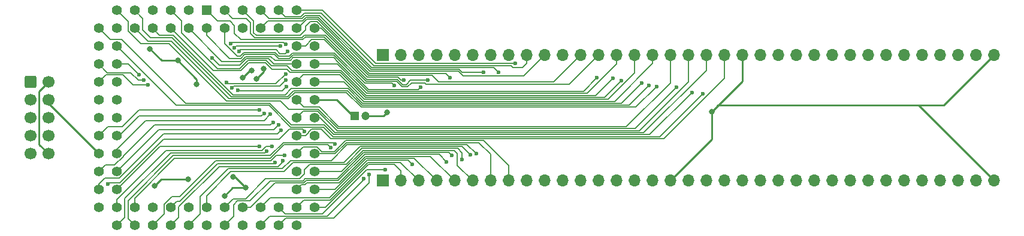
<source format=gtl>
G04 #@! TF.GenerationSoftware,KiCad,Pcbnew,7.0.5-0*
G04 #@! TF.CreationDate,2023-07-03T21:24:06+02:00*
G04 #@! TF.ProjectId,atf1508_plcc84_breakout,61746631-3530-4385-9f70-6c636338345f,A*
G04 #@! TF.SameCoordinates,Original*
G04 #@! TF.FileFunction,Copper,L1,Top*
G04 #@! TF.FilePolarity,Positive*
%FSLAX46Y46*%
G04 Gerber Fmt 4.6, Leading zero omitted, Abs format (unit mm)*
G04 Created by KiCad (PCBNEW 7.0.5-0) date 2023-07-03 21:24:06*
%MOMM*%
%LPD*%
G01*
G04 APERTURE LIST*
G04 Aperture macros list*
%AMRoundRect*
0 Rectangle with rounded corners*
0 $1 Rounding radius*
0 $2 $3 $4 $5 $6 $7 $8 $9 X,Y pos of 4 corners*
0 Add a 4 corners polygon primitive as box body*
4,1,4,$2,$3,$4,$5,$6,$7,$8,$9,$2,$3,0*
0 Add four circle primitives for the rounded corners*
1,1,$1+$1,$2,$3*
1,1,$1+$1,$4,$5*
1,1,$1+$1,$6,$7*
1,1,$1+$1,$8,$9*
0 Add four rect primitives between the rounded corners*
20,1,$1+$1,$2,$3,$4,$5,0*
20,1,$1+$1,$4,$5,$6,$7,0*
20,1,$1+$1,$6,$7,$8,$9,0*
20,1,$1+$1,$8,$9,$2,$3,0*%
G04 Aperture macros list end*
G04 #@! TA.AperFunction,ComponentPad*
%ADD10R,1.200000X1.200000*%
G04 #@! TD*
G04 #@! TA.AperFunction,ComponentPad*
%ADD11C,1.200000*%
G04 #@! TD*
G04 #@! TA.AperFunction,ComponentPad*
%ADD12C,1.422400*%
G04 #@! TD*
G04 #@! TA.AperFunction,ComponentPad*
%ADD13R,1.422400X1.422400*%
G04 #@! TD*
G04 #@! TA.AperFunction,ComponentPad*
%ADD14RoundRect,0.250000X-0.600000X-0.600000X0.600000X-0.600000X0.600000X0.600000X-0.600000X0.600000X0*%
G04 #@! TD*
G04 #@! TA.AperFunction,ComponentPad*
%ADD15C,1.700000*%
G04 #@! TD*
G04 #@! TA.AperFunction,ComponentPad*
%ADD16R,1.700000X1.700000*%
G04 #@! TD*
G04 #@! TA.AperFunction,ComponentPad*
%ADD17O,1.700000X1.700000*%
G04 #@! TD*
G04 #@! TA.AperFunction,ViaPad*
%ADD18C,0.600000*%
G04 #@! TD*
G04 #@! TA.AperFunction,ViaPad*
%ADD19C,0.800000*%
G04 #@! TD*
G04 #@! TA.AperFunction,Conductor*
%ADD20C,0.139700*%
G04 #@! TD*
G04 #@! TA.AperFunction,Conductor*
%ADD21C,0.254000*%
G04 #@! TD*
G04 APERTURE END LIST*
D10*
X125603000Y-61976000D03*
D11*
X127103000Y-61976000D03*
D12*
X107188000Y-49530000D03*
X107188000Y-46990000D03*
X109728000Y-49530000D03*
X109728000Y-46990000D03*
X112268000Y-49530000D03*
X112268000Y-46990000D03*
X114808000Y-49530000D03*
X114808000Y-46990000D03*
X117348000Y-49530000D03*
X117348000Y-46990000D03*
X119888000Y-49530000D03*
X117348000Y-52070000D03*
X119888000Y-52070000D03*
X117348000Y-54610000D03*
X119888000Y-54610000D03*
X117348000Y-57150000D03*
X119888000Y-57150000D03*
X117348000Y-59690000D03*
X119888000Y-59690000D03*
X117348000Y-62230000D03*
X119888000Y-62230000D03*
X117348000Y-64770000D03*
X119888000Y-64770000D03*
X117348000Y-67310000D03*
X119888000Y-67310000D03*
X117348000Y-69850000D03*
X119888000Y-69850000D03*
X117348000Y-72390000D03*
X119888000Y-72390000D03*
X117348000Y-74930000D03*
X119888000Y-74930000D03*
X117348000Y-77470000D03*
X114808000Y-74930000D03*
X114808000Y-77470000D03*
X112268000Y-74930000D03*
X112268000Y-77470000D03*
X109728000Y-74930000D03*
X109728000Y-77470000D03*
X107188000Y-74930000D03*
X107188000Y-77470000D03*
X104648000Y-74930000D03*
X104648000Y-77470000D03*
X102108000Y-74930000D03*
X102108000Y-77470000D03*
X99568000Y-74930000D03*
X99568000Y-77470000D03*
X97028000Y-74930000D03*
X97028000Y-77470000D03*
X94488000Y-74930000D03*
X94488000Y-77470000D03*
X91948000Y-74930000D03*
X91948000Y-77470000D03*
X89408000Y-74930000D03*
X91948000Y-72390000D03*
X89408000Y-72390000D03*
X91948000Y-69850000D03*
X89408000Y-69850000D03*
X91948000Y-67310000D03*
X89408000Y-67310000D03*
X91948000Y-64770000D03*
X89408000Y-64770000D03*
X91948000Y-62230000D03*
X89408000Y-62230000D03*
X91948000Y-59690000D03*
X89408000Y-59690000D03*
X91948000Y-57150000D03*
X89408000Y-57150000D03*
X91948000Y-54610000D03*
X89408000Y-54610000D03*
X91948000Y-52070000D03*
X89408000Y-52070000D03*
X91948000Y-49530000D03*
X89408000Y-49530000D03*
X91948000Y-46990000D03*
X94488000Y-49530000D03*
X94488000Y-46990000D03*
X97028000Y-49530000D03*
X97028000Y-46990000D03*
X99568000Y-49530000D03*
X99568000Y-46990000D03*
X102108000Y-49530000D03*
X102108000Y-46990000D03*
X104648000Y-49530000D03*
D13*
X104648000Y-46990000D03*
D14*
X79756000Y-57150000D03*
D15*
X82296000Y-57150000D03*
X79756000Y-59690000D03*
X82296000Y-59690000D03*
X79756000Y-62230000D03*
X82296000Y-62230000D03*
X79756000Y-64770000D03*
X82296000Y-64770000D03*
X79756000Y-67310000D03*
X82296000Y-67310000D03*
D16*
X129535000Y-71120000D03*
D17*
X132075000Y-71120000D03*
X134615000Y-71120000D03*
X137155000Y-71120000D03*
X139695000Y-71120000D03*
X142235000Y-71120000D03*
X144775000Y-71120000D03*
X147315000Y-71120000D03*
X149855000Y-71120000D03*
X152395000Y-71120000D03*
X154935000Y-71120000D03*
X157475000Y-71120000D03*
X160015000Y-71120000D03*
X162555000Y-71120000D03*
X165095000Y-71120000D03*
X167635000Y-71120000D03*
X170175000Y-71120000D03*
X172715000Y-71120000D03*
X175255000Y-71120000D03*
X177795000Y-71120000D03*
X180335000Y-71120000D03*
X182875000Y-71120000D03*
X185415000Y-71120000D03*
X187955000Y-71120000D03*
X190495000Y-71120000D03*
X193035000Y-71120000D03*
X195575000Y-71120000D03*
X198115000Y-71120000D03*
X200655000Y-71120000D03*
X203195000Y-71120000D03*
X205735000Y-71120000D03*
X208275000Y-71120000D03*
X210815000Y-71120000D03*
X213355000Y-71120000D03*
X215895000Y-71120000D03*
D16*
X129540000Y-53340000D03*
D17*
X132080000Y-53340000D03*
X134620000Y-53340000D03*
X137160000Y-53340000D03*
X139700000Y-53340000D03*
X142240000Y-53340000D03*
X144780000Y-53340000D03*
X147320000Y-53340000D03*
X149860000Y-53340000D03*
X152400000Y-53340000D03*
X154940000Y-53340000D03*
X157480000Y-53340000D03*
X160020000Y-53340000D03*
X162560000Y-53340000D03*
X165100000Y-53340000D03*
X167640000Y-53340000D03*
X170180000Y-53340000D03*
X172720000Y-53340000D03*
X175260000Y-53340000D03*
X177800000Y-53340000D03*
X180340000Y-53340000D03*
X182880000Y-53340000D03*
X185420000Y-53340000D03*
X187960000Y-53340000D03*
X190500000Y-53340000D03*
X193040000Y-53340000D03*
X195580000Y-53340000D03*
X198120000Y-53340000D03*
X200660000Y-53340000D03*
X203200000Y-53340000D03*
X205740000Y-53340000D03*
X208280000Y-53340000D03*
X210820000Y-53340000D03*
X213360000Y-53340000D03*
X215900000Y-53340000D03*
D18*
X131191000Y-57658000D03*
D19*
X130168801Y-61455350D03*
X96647000Y-52451000D03*
X112695228Y-55269703D03*
X100584000Y-54102000D03*
X110214501Y-72157499D03*
X107188000Y-73279000D03*
X108369643Y-70580330D03*
X111725245Y-56699977D03*
X103251000Y-57492350D03*
X109746502Y-56533500D03*
X110998000Y-55524400D03*
X102071000Y-70903000D03*
X176018160Y-61341000D03*
X97285486Y-71885486D03*
D18*
X90678000Y-71628000D03*
X118491000Y-64135000D03*
X105410000Y-53721000D03*
X132511800Y-56896000D03*
X114300000Y-68569053D03*
X115443000Y-68326000D03*
X115697000Y-67564000D03*
X122174001Y-66420999D03*
X113919000Y-66294000D03*
X113157000Y-66929000D03*
X112141000Y-66294000D03*
X114808000Y-63246000D03*
X114046000Y-62865000D03*
X113665000Y-61722000D03*
X112141000Y-61087000D03*
X135890000Y-56896000D03*
X134874000Y-57912000D03*
X159829500Y-56578500D03*
X162052000Y-56642000D03*
X163258500Y-56959500D03*
X166116000Y-57277000D03*
X167132000Y-57658000D03*
X95758000Y-56896000D03*
X115062000Y-52070000D03*
X108585000Y-52324000D03*
X108077000Y-51689000D03*
X95123000Y-56134000D03*
X115824000Y-51816000D03*
X116078000Y-52832000D03*
X96393000Y-57531000D03*
X109220000Y-52832000D03*
X115824000Y-56007000D03*
X107467400Y-57196503D03*
X115824000Y-56896000D03*
X108204000Y-58013604D03*
X168275000Y-57785000D03*
X171068998Y-57912002D03*
X173220879Y-58666871D03*
X174752000Y-58801000D03*
X115951000Y-57785000D03*
X109113109Y-58323691D03*
X112776000Y-61595000D03*
X115189000Y-64008000D03*
X122809000Y-65913000D03*
X142748000Y-67311549D03*
X141922500Y-67500500D03*
X139319000Y-67564000D03*
X139065016Y-56515000D03*
X143764000Y-55753000D03*
X145923000Y-55753000D03*
X148239850Y-54513850D03*
X129921000Y-69596000D03*
X127635000Y-70231000D03*
X133731000Y-68834000D03*
X126873000Y-70866000D03*
X138557000Y-68453000D03*
X140779500Y-68135500D03*
D20*
X148239850Y-54513850D02*
X148219900Y-54533800D01*
X148219900Y-54533800D02*
X128543950Y-54533800D01*
X121000150Y-46990000D02*
X117348000Y-46990000D01*
X128543950Y-54533800D02*
X121000150Y-46990000D01*
X149860000Y-54542081D02*
X149284081Y-55118000D01*
X147650200Y-54813200D02*
X128270369Y-54813200D01*
X149860000Y-53340000D02*
X149860000Y-54542081D01*
X149284081Y-55118000D02*
X147955000Y-55118000D01*
X147955000Y-55118000D02*
X147650200Y-54813200D01*
X128270369Y-54813200D02*
X120855564Y-47398395D01*
X120855564Y-47398395D02*
X118491000Y-47398395D01*
X118491000Y-47398395D02*
X117979143Y-47910252D01*
X117979143Y-47910252D02*
X115728252Y-47910252D01*
X115728252Y-47910252D02*
X114808000Y-46990000D01*
X127936936Y-55067198D02*
X120570938Y-47701200D01*
X145262600Y-55092600D02*
X127962342Y-55092600D01*
X145923000Y-55753000D02*
X145262600Y-55092600D01*
X127962342Y-55092600D02*
X127936940Y-55067198D01*
X118094874Y-48189652D02*
X113467652Y-48189652D01*
X127936940Y-55067198D02*
X127936936Y-55067198D01*
X120570938Y-47701200D02*
X118583329Y-47701200D01*
X118583329Y-47701200D02*
X118094874Y-48189652D01*
X113467652Y-48189652D02*
X112268000Y-46990000D01*
X152400000Y-53340000D02*
X149437650Y-56302350D01*
X149437650Y-56302350D02*
X140884350Y-56302350D01*
X118699060Y-47980600D02*
X120455206Y-47980600D01*
X140233400Y-55651400D02*
X127730873Y-55651400D01*
X120645834Y-48566361D02*
X120632572Y-48566361D01*
X118210607Y-48469052D02*
X118699060Y-47980600D01*
X120455206Y-47980600D02*
X127846606Y-55372000D01*
X140730132Y-55753000D02*
X143764000Y-55753000D01*
X127730873Y-55651400D02*
X120645834Y-48566361D01*
X140349132Y-55372000D02*
X140730132Y-55753000D01*
X112268000Y-49530000D02*
X113328948Y-48469052D01*
X127846606Y-55372000D02*
X140349132Y-55372000D01*
X113328948Y-48469052D02*
X118210607Y-48469052D01*
X118814791Y-48260000D02*
X117544791Y-49530000D01*
X140884350Y-56302350D02*
X140233400Y-55651400D01*
X120632572Y-48566361D02*
X120326210Y-48260000D01*
X120326210Y-48260000D02*
X118814791Y-48260000D01*
X139065016Y-56515000D02*
X138480816Y-55930800D01*
X138480816Y-55930800D02*
X127615142Y-55930800D01*
X118618000Y-49276000D02*
X118618000Y-49784000D01*
X120530103Y-48845761D02*
X120516841Y-48845761D01*
X111276901Y-48538901D02*
X109728000Y-46990000D01*
X127615142Y-55930800D02*
X120530103Y-48845761D01*
X120516841Y-48845761D02*
X120280329Y-48609250D01*
X120280329Y-48609250D02*
X119284750Y-48609250D01*
X119284750Y-48609250D02*
X118618000Y-49276000D01*
X118618000Y-49784000D02*
X117836950Y-50565050D01*
X117836950Y-50565050D02*
X111665476Y-50565050D01*
X111665476Y-50565050D02*
X111276901Y-50176475D01*
X111276901Y-50176475D02*
X111276901Y-48538901D01*
X136474200Y-56210200D02*
X137414000Y-57150000D01*
X153670000Y-57150000D02*
X157480000Y-53340000D01*
X119888000Y-49530000D02*
X120819210Y-49530000D01*
X137414000Y-57150000D02*
X153670000Y-57150000D01*
X120819210Y-49530000D02*
X127499412Y-56210200D01*
X127499412Y-56210200D02*
X136474200Y-56210200D01*
X131470401Y-57048400D02*
X132232401Y-57810400D01*
X107188000Y-46990000D02*
X108331000Y-48133000D01*
X135636000Y-57445850D02*
X155914150Y-57445850D01*
X132827869Y-57531000D02*
X133462869Y-56896000D01*
X133070600Y-57810400D02*
X133604000Y-57277000D01*
X118491001Y-50520600D02*
X121414678Y-50520600D01*
X104648000Y-46990000D02*
X106172000Y-48514000D01*
X132348132Y-57531000D02*
X132827869Y-57531000D01*
X121298946Y-50800000D02*
X127267948Y-56769000D01*
X132108264Y-56896000D02*
X132461000Y-56896000D01*
X111423450Y-50844450D02*
X118167150Y-50844450D01*
X155914150Y-57445850D02*
X160020000Y-53340000D01*
X110871000Y-50292000D02*
X111423450Y-50844450D01*
X108331000Y-48133000D02*
X110236000Y-48133000D01*
X133462869Y-56896000D02*
X135890000Y-56896000D01*
X131586133Y-56769000D02*
X132348132Y-57531000D01*
X127383680Y-56489600D02*
X131701865Y-56489600D01*
X127152216Y-57048400D02*
X131470401Y-57048400D01*
X127267948Y-56769000D02*
X131586133Y-56769000D01*
X118257482Y-51149250D02*
X118606732Y-50800000D01*
X118167150Y-50844450D02*
X118491001Y-50520600D01*
X110236000Y-48133000D02*
X110871000Y-48768000D01*
X109457148Y-51149250D02*
X118257482Y-51149250D01*
X118606732Y-50800000D02*
X121298946Y-50800000D01*
X108585000Y-50277101D02*
X109457148Y-51149250D01*
X107950000Y-48514000D02*
X108585000Y-49149000D01*
X106172000Y-48514000D02*
X107950000Y-48514000D01*
X119511873Y-51161950D02*
X121265764Y-51161950D01*
X110871000Y-48768000D02*
X110871000Y-50292000D01*
X131701865Y-56489600D02*
X132108264Y-56896000D01*
X121414678Y-50520600D02*
X127383680Y-56489600D01*
X132232401Y-57810400D02*
X133070600Y-57810400D01*
X108585000Y-49149000D02*
X108585000Y-50277101D01*
X117348000Y-52070000D02*
X118603823Y-52070000D01*
X118603823Y-52070000D02*
X119511873Y-51161950D01*
X121265764Y-51161950D02*
X127152216Y-57048400D01*
X133604000Y-57277000D02*
X135467150Y-57277000D01*
X135467150Y-57277000D02*
X135636000Y-57445850D01*
X116762389Y-53035200D02*
X122743884Y-53035200D01*
X107188000Y-51703899D02*
X108951101Y-53467000D01*
X109432310Y-53467000D02*
X109913916Y-52985396D01*
X122743884Y-53035200D02*
X127036484Y-57327800D01*
X107188000Y-49530000D02*
X107188000Y-51703899D01*
X108951101Y-53467000D02*
X109432310Y-53467000D01*
X109913916Y-52985396D02*
X114353954Y-52985396D01*
X114353954Y-52985396D02*
X114835558Y-53467000D01*
X114835558Y-53467000D02*
X116330588Y-53467000D01*
X116330588Y-53467000D02*
X116762389Y-53035200D01*
X127036484Y-57327800D02*
X130860800Y-57327800D01*
X130860800Y-57327800D02*
X131191000Y-57658000D01*
X122628152Y-53314600D02*
X127530453Y-58216901D01*
X116370120Y-53822600D02*
X116878120Y-53314600D01*
X114238222Y-53264796D02*
X114796026Y-53822600D01*
X109496244Y-53798198D02*
X110029647Y-53264796D01*
X127530453Y-58216901D02*
X131278754Y-58216900D01*
X114796026Y-53822600D02*
X116370120Y-53822600D01*
X107910410Y-53798198D02*
X109496244Y-53798198D01*
X104648000Y-49530000D02*
X104648000Y-50535788D01*
X134569102Y-58216898D02*
X134874000Y-57912000D01*
X110029647Y-53264796D02*
X114238222Y-53264796D01*
X131278754Y-58216900D02*
X131278756Y-58216898D01*
X116878120Y-53314600D02*
X122628152Y-53314600D01*
X104648000Y-50535788D02*
X107910410Y-53798198D01*
X131278756Y-58216898D02*
X134569102Y-58216898D01*
X126836066Y-59893300D02*
X124092766Y-57150000D01*
X105562400Y-55524400D02*
X109476158Y-55524400D01*
X116965180Y-58375550D02*
X116092978Y-59247752D01*
X126604595Y-60452100D02*
X124528045Y-58375550D01*
X99568000Y-46990000D02*
X101116902Y-48538902D01*
X106807000Y-54229000D02*
X109460574Y-54229000D01*
X116902700Y-53685152D02*
X122603572Y-53685152D01*
X162560000Y-54624899D02*
X162560000Y-53340000D01*
X110145378Y-53544196D02*
X113755622Y-53544196D01*
X158409199Y-58775700D02*
X162560000Y-54624899D01*
X127414726Y-58496300D02*
X128943113Y-58496300D01*
X129058845Y-58775700D02*
X129058847Y-58775698D01*
X159638900Y-59055100D02*
X162052000Y-56642000D01*
X123133293Y-54610000D02*
X127298994Y-58775700D01*
X119888000Y-54610000D02*
X123133293Y-54610000D01*
X96749098Y-50902098D02*
X95631000Y-49784000D01*
X116485852Y-54102000D02*
X116902700Y-53685152D01*
X127298994Y-58775700D02*
X129058845Y-58775700D01*
X127183262Y-59055100D02*
X159638900Y-59055100D01*
X124412314Y-58654950D02*
X117080912Y-58654950D01*
X101116902Y-48538902D02*
X101116902Y-50204801D01*
X116682659Y-55530251D02*
X123658413Y-55530251D01*
X123658413Y-55530251D02*
X127183262Y-59055100D01*
X113804181Y-54888901D02*
X116041309Y-54888901D01*
X157911700Y-58496300D02*
X159829500Y-56578500D01*
X113042181Y-54126901D02*
X113804181Y-54888901D01*
X95631000Y-49784000D02*
X95631000Y-48133000D01*
X101116902Y-50204801D02*
X106157101Y-55245000D01*
X114313426Y-54102000D02*
X116485852Y-54102000D01*
X98019099Y-50521099D02*
X97028000Y-49530000D01*
X127067530Y-59334500D02*
X160883500Y-59334500D01*
X109460574Y-54229000D02*
X110145378Y-53544196D01*
X123542681Y-55809651D02*
X127067530Y-59334500D01*
X109360426Y-55245000D02*
X110478526Y-54126901D01*
X116411181Y-55809651D02*
X123542681Y-55809651D01*
X115973530Y-55372000D02*
X116411181Y-55809651D01*
X123249020Y-54330600D02*
X123249025Y-54330600D01*
X165100000Y-55894899D02*
X165100000Y-53340000D01*
X161380999Y-59613900D02*
X165100000Y-55894899D01*
X126951798Y-59613900D02*
X161380999Y-59613900D01*
X124208498Y-56870600D02*
X126951798Y-59613900D01*
X167132000Y-57658000D02*
X164337900Y-60452100D01*
X123496793Y-56158901D02*
X124208493Y-56870600D01*
X124092766Y-57150000D02*
X119888000Y-57150000D01*
X99924099Y-50521099D02*
X98019099Y-50521099D01*
X162288781Y-59893300D02*
X126836066Y-59893300D01*
X109476158Y-55524400D02*
X110594257Y-54406301D01*
X108371352Y-58968352D02*
X99924099Y-50521099D01*
X116641718Y-58096150D02*
X115769516Y-58968352D01*
X126720326Y-60172700D02*
X124643776Y-58096150D01*
X128943116Y-58496298D02*
X157911700Y-58496300D01*
X113892148Y-55372000D02*
X115973530Y-55372000D01*
X163220300Y-60172700D02*
X126720326Y-60172700D01*
X112926449Y-54406301D02*
X113892148Y-55372000D01*
X167640000Y-53340000D02*
X167640000Y-54542081D01*
X99797098Y-50902098D02*
X96749098Y-50902098D01*
X108142752Y-59247752D02*
X99797098Y-50902098D01*
X116092978Y-59247752D02*
X108142752Y-59247752D01*
X124208493Y-56870600D02*
X124208498Y-56870600D01*
X110594257Y-54406301D02*
X112926449Y-54406301D01*
X117348000Y-57150000D02*
X118339099Y-56158901D01*
X166116000Y-57277000D02*
X163220300Y-60172700D01*
X160883500Y-59334500D02*
X163258500Y-56959500D01*
X115769516Y-58968352D02*
X108371352Y-58968352D01*
X124643776Y-58096150D02*
X116641718Y-58096150D01*
X123249025Y-54330600D02*
X127414726Y-58496300D01*
X122603572Y-53685152D02*
X123249020Y-54330600D01*
X95631000Y-48133000D02*
X94488000Y-46990000D01*
X106157101Y-55245000D02*
X109360426Y-55245000D01*
X167640000Y-54542081D02*
X162288781Y-59893300D01*
X118339099Y-56158901D02*
X123496793Y-56158901D01*
X168275000Y-57785000D02*
X165328500Y-60731500D01*
X124528045Y-58375550D02*
X116965180Y-58375550D01*
X110478526Y-54126901D02*
X113042181Y-54126901D01*
X164337900Y-60452100D02*
X126604595Y-60452100D01*
X113755622Y-53544196D02*
X114313426Y-54102000D01*
X102108000Y-49530000D02*
X106807000Y-54229000D01*
X129058847Y-58775698D02*
X158409199Y-58775700D01*
X117080912Y-58654950D02*
X116208709Y-59527152D01*
X128943113Y-58496300D02*
X128943116Y-58496298D01*
X116041309Y-54888901D02*
X116682659Y-55530251D01*
X99568000Y-49530000D02*
X105562400Y-55524400D01*
X165328500Y-60731500D02*
X126488864Y-60731500D01*
X126488864Y-60731500D02*
X124412314Y-58654950D01*
X116208709Y-59527152D02*
X107787152Y-59527152D01*
X107787152Y-59527152D02*
X99670098Y-51410098D01*
X99670098Y-51410098D02*
X96368098Y-51410098D01*
X96368098Y-51410098D02*
X94488000Y-49530000D01*
D21*
X127103000Y-61976000D02*
X129648151Y-61976000D01*
X129648151Y-61976000D02*
X130168801Y-61455350D01*
D20*
X122657098Y-65761098D02*
X122809000Y-65913000D01*
X115467902Y-65761098D02*
X122657098Y-65761098D01*
X93567250Y-76549250D02*
X93567250Y-73945750D01*
X113665000Y-67564000D02*
X115467902Y-65761098D01*
X93567250Y-73945750D02*
X99949000Y-67564000D01*
X94488000Y-77470000D02*
X93567250Y-76549250D01*
X99949000Y-67564000D02*
X113665000Y-67564000D01*
D21*
X125349000Y-61976000D02*
X123063000Y-59690000D01*
X123063000Y-59690000D02*
X119888000Y-59690000D01*
X180340000Y-57019160D02*
X176018160Y-61341000D01*
X198628000Y-60448160D02*
X176911000Y-60448160D01*
X176911000Y-60448160D02*
X176018160Y-61341000D01*
X170175000Y-71120000D02*
X176018160Y-65276840D01*
X180340000Y-53340000D02*
X180340000Y-57019160D01*
X176018160Y-65276840D02*
X176018160Y-61341000D01*
D20*
X124513664Y-66014600D02*
X141451051Y-66014600D01*
X107700698Y-69408251D02*
X115376749Y-69408251D01*
X141451051Y-66014600D02*
X142748000Y-67311549D01*
X102108000Y-77470000D02*
X103727250Y-75850750D01*
X103727250Y-73381699D02*
X107700698Y-69408251D01*
X122252066Y-68276198D02*
X124513664Y-66014600D01*
X115376749Y-69408251D02*
X116508802Y-68276198D01*
X116508802Y-68276198D02*
X122252066Y-68276198D01*
X103727250Y-75850750D02*
X103727250Y-73381699D01*
X168656003Y-64896997D02*
X174752000Y-58801000D01*
X122526735Y-64896997D02*
X168656003Y-64896997D01*
X116497227Y-63538226D02*
X121167962Y-63538226D01*
X121167962Y-63538226D02*
X122526735Y-64896997D01*
X100354901Y-60476901D02*
X113435901Y-60476901D01*
X91948000Y-52070000D02*
X100354901Y-60476901D01*
X113435901Y-60476901D02*
X116497227Y-63538226D01*
X125896539Y-65176397D02*
X125896534Y-65176400D01*
X177800000Y-56642000D02*
X169265603Y-65176397D01*
X169265603Y-65176397D02*
X125896539Y-65176397D01*
X122199400Y-65176400D02*
X120840626Y-63817626D01*
X120840626Y-63817626D02*
X119458273Y-63817626D01*
X118632899Y-64770000D02*
X117348000Y-64770000D01*
X125896534Y-65176400D02*
X122199400Y-65176400D01*
X177800000Y-53340000D02*
X177800000Y-56642000D01*
X119458273Y-63817626D02*
X119040350Y-64235549D01*
X119040350Y-64235549D02*
X119040350Y-64362549D01*
X119040350Y-64362549D02*
X118632899Y-64770000D01*
X134682072Y-65455797D02*
X143814797Y-65455797D01*
X134797803Y-65735197D02*
X143132279Y-65735197D01*
X122707400Y-67030600D02*
X124282202Y-65455800D01*
X120215488Y-66335350D02*
X120910738Y-67030600D01*
X144775000Y-67377918D02*
X144775000Y-71120000D01*
X134797800Y-65735200D02*
X134797803Y-65735197D01*
X117348000Y-67310000D02*
X118322650Y-66335350D01*
X147315000Y-68956000D02*
X147315000Y-71120000D01*
X143814797Y-65455797D02*
X147315000Y-68956000D01*
X120910738Y-67030600D02*
X122707400Y-67030600D01*
X124282202Y-65455800D02*
X134682068Y-65455800D01*
X143132279Y-65735197D02*
X144775000Y-67377918D01*
X122823132Y-67310000D02*
X124397933Y-65735200D01*
X124397933Y-65735200D02*
X134797800Y-65735200D01*
X119888000Y-67310000D02*
X122823132Y-67310000D01*
X134682068Y-65455800D02*
X134682072Y-65455797D01*
X118322650Y-66335350D02*
X120215488Y-66335350D01*
X122642466Y-64617597D02*
X167270153Y-64617597D01*
X121283694Y-63258826D02*
X122642466Y-64617597D01*
X91002073Y-51124073D02*
X92653073Y-51124073D01*
X89408000Y-49530000D02*
X91002073Y-51124073D01*
X101726501Y-60197501D02*
X113551633Y-60197501D01*
X92653073Y-51124073D02*
X101726501Y-60197501D01*
X116612958Y-63258826D02*
X121283694Y-63258826D01*
X113551633Y-60197501D02*
X116612958Y-63258826D01*
X167270153Y-64617597D02*
X173220879Y-58666871D01*
X120432668Y-61010800D02*
X123201269Y-63779400D01*
X115051053Y-59806053D02*
X116255800Y-61010800D01*
X93567250Y-49911388D02*
X95344862Y-51689000D01*
X95344862Y-51689000D02*
X99314000Y-51689000D01*
X107431053Y-59806053D02*
X115051053Y-59806053D01*
X99314000Y-51689000D02*
X107431053Y-59806053D01*
X123201269Y-63779400D02*
X165201600Y-63779400D01*
X93567250Y-48609250D02*
X93567250Y-49911388D01*
X165201600Y-63779400D02*
X171068998Y-57912002D01*
X91948000Y-46990000D02*
X93567250Y-48609250D01*
X116255800Y-61010800D02*
X120432668Y-61010800D01*
D21*
X198628000Y-60448160D02*
X208791840Y-60448160D01*
X215895000Y-71120000D02*
X205223160Y-60448160D01*
X205223160Y-60448160D02*
X198628000Y-60448160D01*
X208791840Y-60448160D02*
X215900000Y-53340000D01*
X89408000Y-67310000D02*
X82296000Y-60198000D01*
X82296000Y-67310000D02*
X80987000Y-66001000D01*
X80987000Y-66001000D02*
X80987000Y-58459000D01*
X80987000Y-58459000D02*
X82296000Y-57150000D01*
X108637332Y-70580330D02*
X108369643Y-70580330D01*
X103251000Y-56769000D02*
X103251000Y-57492350D01*
X96647000Y-52451000D02*
X98298000Y-54102000D01*
X112695228Y-55729994D02*
X111725245Y-56699977D01*
X108309501Y-72157499D02*
X107188000Y-73279000D01*
X98298000Y-54102000D02*
X100584000Y-54102000D01*
X110214501Y-72157499D02*
X108637332Y-70580330D01*
X112695228Y-55269703D02*
X112695228Y-55729994D01*
X110214501Y-72157499D02*
X108309501Y-72157499D01*
X100584000Y-54102000D02*
X103251000Y-56769000D01*
X110755602Y-55524400D02*
X110998000Y-55524400D01*
X109746502Y-56533500D02*
X110755602Y-55524400D01*
X98267972Y-70903000D02*
X97285486Y-71885486D01*
X102071000Y-70903000D02*
X98267972Y-70903000D01*
D20*
X118491000Y-64135000D02*
X118205250Y-63849250D01*
X92360750Y-71469250D02*
X90836750Y-71469250D01*
X90836750Y-71469250D02*
X90678000Y-71628000D01*
X92360750Y-71469250D02*
X98552000Y-65278000D01*
X116363750Y-63849250D02*
X114935000Y-65278000D01*
X98552000Y-65278000D02*
X114935000Y-65278000D01*
X118205250Y-63849250D02*
X116363750Y-63849250D01*
X117348000Y-54610000D02*
X114173000Y-54610000D01*
X114173000Y-54610000D02*
X113411000Y-53848000D01*
X106426000Y-54737000D02*
X105410000Y-53721000D01*
X110236000Y-53848000D02*
X109347000Y-54737000D01*
X109347000Y-54737000D02*
X106426000Y-54737000D01*
X113411000Y-53848000D02*
X110236000Y-53848000D01*
X106210599Y-68731901D02*
X114137152Y-68731901D01*
X100457000Y-74041000D02*
X100901500Y-74041000D01*
X99568000Y-74930000D02*
X100457000Y-74041000D01*
X114137152Y-68731901D02*
X114300000Y-68569053D01*
X100901500Y-74041000D02*
X106210599Y-68731901D01*
X115443000Y-68453000D02*
X115443000Y-68326000D01*
X100711000Y-74863218D02*
X106455815Y-69118403D01*
X99568000Y-77470000D02*
X100711000Y-76327000D01*
X114777597Y-69118403D02*
X115443000Y-68453000D01*
X106455815Y-69118403D02*
X114777597Y-69118403D01*
X100711000Y-76327000D02*
X100711000Y-74863218D01*
X97028000Y-77470000D02*
X98647250Y-75850750D01*
X114528154Y-67564000D02*
X115697000Y-67564000D01*
X113766154Y-68326000D02*
X114528154Y-67564000D01*
X105918000Y-68326000D02*
X113766154Y-68326000D01*
X98647250Y-74455642D02*
X99721794Y-73381098D01*
X99721794Y-73381098D02*
X100862902Y-73381098D01*
X98647250Y-75850750D02*
X98647250Y-74455642D01*
X100862902Y-73381098D02*
X105918000Y-68326000D01*
X94488000Y-74930000D02*
X94488000Y-73660000D01*
X121793000Y-66040000D02*
X122174001Y-66420999D01*
X115583426Y-66040000D02*
X121793000Y-66040000D01*
X94488000Y-73660000D02*
X100136749Y-68011251D01*
X113612175Y-68011251D02*
X115583426Y-66040000D01*
X100136749Y-68011251D02*
X113612175Y-68011251D01*
X113015101Y-66294000D02*
X113919000Y-66294000D01*
X91948000Y-73787000D02*
X98891650Y-66843350D01*
X91948000Y-74930000D02*
X91948000Y-73787000D01*
X98891650Y-66843350D02*
X112465751Y-66843350D01*
X112465751Y-66843350D02*
X113015101Y-66294000D01*
X112903000Y-67183000D02*
X113157000Y-66929000D01*
X99568000Y-67183000D02*
X112903000Y-67183000D01*
X93091000Y-73660000D02*
X99568000Y-67183000D01*
X91948000Y-77470000D02*
X93091000Y-76327000D01*
X93091000Y-76327000D02*
X93091000Y-73660000D01*
X91948000Y-72390000D02*
X98044000Y-66294000D01*
X98044000Y-66294000D02*
X112141000Y-66294000D01*
X114173000Y-63881000D02*
X114808000Y-63246000D01*
X97917000Y-63881000D02*
X114173000Y-63881000D01*
X91948000Y-69850000D02*
X97917000Y-63881000D01*
X89408000Y-69850000D02*
X90328750Y-68929250D01*
X92868750Y-67659250D02*
X97282000Y-63246000D01*
X92868750Y-67691388D02*
X92868750Y-67659250D01*
X91630888Y-68929250D02*
X92868750Y-67691388D01*
X90328750Y-68929250D02*
X91630888Y-68929250D01*
X113665000Y-63246000D02*
X114046000Y-62865000D01*
X97282000Y-63246000D02*
X113665000Y-63246000D01*
X96012000Y-62611000D02*
X112776000Y-62611000D01*
X112776000Y-62611000D02*
X113665000Y-61722000D01*
X91948000Y-66675000D02*
X96012000Y-62611000D01*
X90678000Y-63500000D02*
X92710000Y-63500000D01*
X92710000Y-63500000D02*
X95123000Y-61087000D01*
X95123000Y-61087000D02*
X112141000Y-61087000D01*
X89408000Y-64770000D02*
X90678000Y-63500000D01*
X93949475Y-55836049D02*
X95009426Y-56896000D01*
X95009426Y-56896000D02*
X95758000Y-56896000D01*
X90634049Y-55836049D02*
X93949475Y-55836049D01*
X89408000Y-54610000D02*
X90634049Y-55836049D01*
X108839000Y-52070000D02*
X115062000Y-52070000D01*
X108585000Y-52324000D02*
X108839000Y-52070000D01*
X93599000Y-54610000D02*
X95123000Y-56134000D01*
X115528650Y-51520650D02*
X115824000Y-51816000D01*
X91948000Y-54610000D02*
X93599000Y-54610000D01*
X108245350Y-51520650D02*
X115528650Y-51520650D01*
X108077000Y-51689000D02*
X108245350Y-51520650D01*
X114498694Y-52605394D02*
X115020650Y-53127350D01*
X89408000Y-57150000D02*
X90443050Y-56114950D01*
X115782650Y-53127350D02*
X116078000Y-52832000D01*
X115020650Y-53127350D02*
X115782650Y-53127350D01*
X92817950Y-56114950D02*
X94234000Y-57531000D01*
X109446606Y-52605394D02*
X114498694Y-52605394D01*
X94234000Y-57531000D02*
X96393000Y-57531000D01*
X90443050Y-56114950D02*
X92817950Y-56114950D01*
X109220000Y-52832000D02*
X109446606Y-52605394D01*
X115824000Y-56007000D02*
X114407173Y-57423827D01*
X107694724Y-57423827D02*
X107467400Y-57196503D01*
X114407173Y-57423827D02*
X107694724Y-57423827D01*
X108483404Y-57734200D02*
X108204000Y-58013604D01*
X114985800Y-57734200D02*
X108483404Y-57734200D01*
X115824000Y-56896000D02*
X114985800Y-57734200D01*
X109209418Y-58420000D02*
X109113109Y-58323691D01*
X115316000Y-58420000D02*
X109209418Y-58420000D01*
X115951000Y-57785000D02*
X115316000Y-58420000D01*
X112395000Y-61976000D02*
X112776000Y-61595000D01*
X95123000Y-61976000D02*
X112395000Y-61976000D01*
X92329000Y-64770000D02*
X95123000Y-61976000D01*
X98584138Y-64516000D02*
X114681000Y-64516000D01*
X92329388Y-70770750D02*
X98584138Y-64516000D01*
X89408000Y-72390000D02*
X89408000Y-71628000D01*
X89408000Y-71628000D02*
X90265250Y-70770750D01*
X114681000Y-64516000D02*
X115189000Y-64008000D01*
X90265250Y-70770750D02*
X92329388Y-70770750D01*
X104648000Y-73279000D02*
X108077000Y-69850000D01*
X104648000Y-74930000D02*
X104648000Y-73279000D01*
X140716000Y-66294000D02*
X141922500Y-67500500D01*
X108077000Y-69850000D02*
X115570000Y-69850000D01*
X116864402Y-68555598D02*
X124097860Y-68555598D01*
X124097860Y-68555598D02*
X126359458Y-66294000D01*
X126359458Y-66294000D02*
X140716000Y-66294000D01*
X115570000Y-69850000D02*
X116864402Y-68555598D01*
X138887200Y-67132200D02*
X139319000Y-67564000D01*
X110775750Y-74009250D02*
X113621049Y-71163951D01*
X113621049Y-71163951D02*
X118293197Y-71163951D01*
X123133854Y-70866000D02*
X126867655Y-67132200D01*
X126867655Y-67132200D02*
X138887200Y-67132200D01*
X108458000Y-76200000D02*
X108458000Y-74549000D01*
X108458000Y-74549000D02*
X108997750Y-74009250D01*
X118591149Y-70866000D02*
X123133854Y-70866000D01*
X107188000Y-77470000D02*
X108458000Y-76200000D01*
X108997750Y-74009250D02*
X110775750Y-74009250D01*
X118293197Y-71163951D02*
X118591149Y-70866000D01*
X163970426Y-63500000D02*
X123317000Y-63500000D01*
X170180000Y-57290426D02*
X163970426Y-63500000D01*
X118389400Y-60731400D02*
X117348000Y-59690000D01*
X170180000Y-53340000D02*
X170180000Y-57290426D01*
X120548400Y-60731400D02*
X118389400Y-60731400D01*
X123317000Y-63500000D02*
X120548400Y-60731400D01*
X117348000Y-62230000D02*
X118287800Y-61290200D01*
X120316936Y-61290200D02*
X123085538Y-64058800D01*
X123085538Y-64058800D02*
X165826099Y-64058800D01*
X172720000Y-57164899D02*
X172720000Y-53340000D01*
X118287800Y-61290200D02*
X120316936Y-61290200D01*
X165826099Y-64058800D02*
X172720000Y-57164899D01*
X175260000Y-55499000D02*
X166420803Y-64338197D01*
X175260000Y-53340000D02*
X175260000Y-55499000D01*
X166420803Y-64338197D02*
X122758197Y-64338197D01*
X120650000Y-62230000D02*
X119888000Y-62230000D01*
X122758197Y-64338197D02*
X120650000Y-62230000D01*
X123754723Y-69850000D02*
X119888000Y-69850000D01*
X126751923Y-66852800D02*
X123754723Y-69850000D01*
X140081000Y-67323426D02*
X139610374Y-66852800D01*
X139610374Y-66852800D02*
X126751923Y-66852800D01*
X142235000Y-71120000D02*
X140081000Y-68966000D01*
X140081000Y-68966000D02*
X140081000Y-67323426D01*
X123365318Y-71424800D02*
X127099132Y-67690986D01*
X118822612Y-71424800D02*
X123365318Y-71424800D01*
X118015249Y-71722751D02*
X118524661Y-71722751D01*
X127099132Y-67690986D02*
X136265986Y-67690986D01*
X117348000Y-72390000D02*
X118015249Y-71722751D01*
X118524661Y-71722751D02*
X118822612Y-71424800D01*
X136265986Y-67690986D02*
X139695000Y-71120000D01*
X127214867Y-67970384D02*
X122795250Y-72390000D01*
X134005384Y-67970384D02*
X127214867Y-67970384D01*
X122795250Y-72390000D02*
X119888000Y-72390000D01*
X137155000Y-71120000D02*
X134005384Y-67970384D01*
X117348000Y-74930000D02*
X118408948Y-73869052D01*
X122106462Y-73869052D02*
X127446330Y-68529184D01*
X118408948Y-73869052D02*
X122106462Y-73869052D01*
X132024184Y-68529184D02*
X134615000Y-71120000D01*
X127446330Y-68529184D02*
X132024184Y-68529184D01*
X130584630Y-68808600D02*
X130584639Y-68808592D01*
X121440646Y-74930000D02*
X127562046Y-68808600D01*
X127562046Y-68808600D02*
X130584630Y-68808600D01*
X132075000Y-69718000D02*
X132075000Y-71120000D01*
X119888000Y-74930000D02*
X121440646Y-74930000D01*
X131165592Y-68808592D02*
X132075000Y-69718000D01*
X130584639Y-68808592D02*
X131165592Y-68808592D01*
X114808000Y-74930000D02*
X115755148Y-75877148D01*
X120972852Y-75877148D02*
X127254000Y-69596000D01*
X127254000Y-69596000D02*
X129921000Y-69596000D01*
X115755148Y-75877148D02*
X120972852Y-75877148D01*
X127635000Y-70231000D02*
X127635000Y-71437500D01*
X115843050Y-76434950D02*
X114808000Y-77470000D01*
X122637550Y-76434950D02*
X115843050Y-76434950D01*
X127635000Y-71437500D02*
X122637550Y-76434950D01*
X113608348Y-73589652D02*
X121990730Y-73589652D01*
X132139916Y-68249784D02*
X132139917Y-68249786D01*
X121990730Y-73589652D02*
X127330599Y-68249784D01*
X133146786Y-68249786D02*
X133731000Y-68834000D01*
X132139917Y-68249786D02*
X133146786Y-68249786D01*
X112268000Y-74930000D02*
X113608348Y-73589652D01*
X127330599Y-68249784D02*
X132139916Y-68249784D01*
X126873000Y-70993000D02*
X126873000Y-70866000D01*
X112268000Y-77470000D02*
X113581951Y-76156049D01*
X121709951Y-76156049D02*
X126873000Y-70993000D01*
X113581951Y-76156049D02*
X121709951Y-76156049D01*
X118706880Y-71145400D02*
X123249586Y-71145400D01*
X114357649Y-71443351D02*
X118408929Y-71443351D01*
X123249586Y-71145400D02*
X126983386Y-67411600D01*
X118408929Y-71443351D02*
X118706880Y-71145400D01*
X109728000Y-74930000D02*
X110871000Y-74930000D01*
X110871000Y-74930000D02*
X114357649Y-71443351D01*
X126983386Y-67411600D02*
X137515600Y-67411600D01*
X137515600Y-67411600D02*
X138557000Y-68453000D01*
X127169577Y-66573392D02*
X140106392Y-66573392D01*
X124374592Y-68834998D02*
X126636192Y-66573400D01*
X126636192Y-66573400D02*
X127169569Y-66573400D01*
X118491000Y-70170782D02*
X118491000Y-69596000D01*
X110138092Y-73730349D02*
X112983391Y-70885050D01*
X140779500Y-67246500D02*
X140779500Y-68135500D01*
X119252002Y-68834998D02*
X124374592Y-68834998D01*
X117776732Y-70885050D02*
X118491000Y-70170782D01*
X127169569Y-66573400D02*
X127169577Y-66573392D01*
X118491000Y-69596000D02*
X119252002Y-68834998D01*
X112983391Y-70885050D02*
X117776732Y-70885050D01*
X107188000Y-74930000D02*
X108387651Y-73730349D01*
X108387651Y-73730349D02*
X110138092Y-73730349D01*
X140106392Y-66573392D02*
X140779500Y-67246500D01*
M02*

</source>
